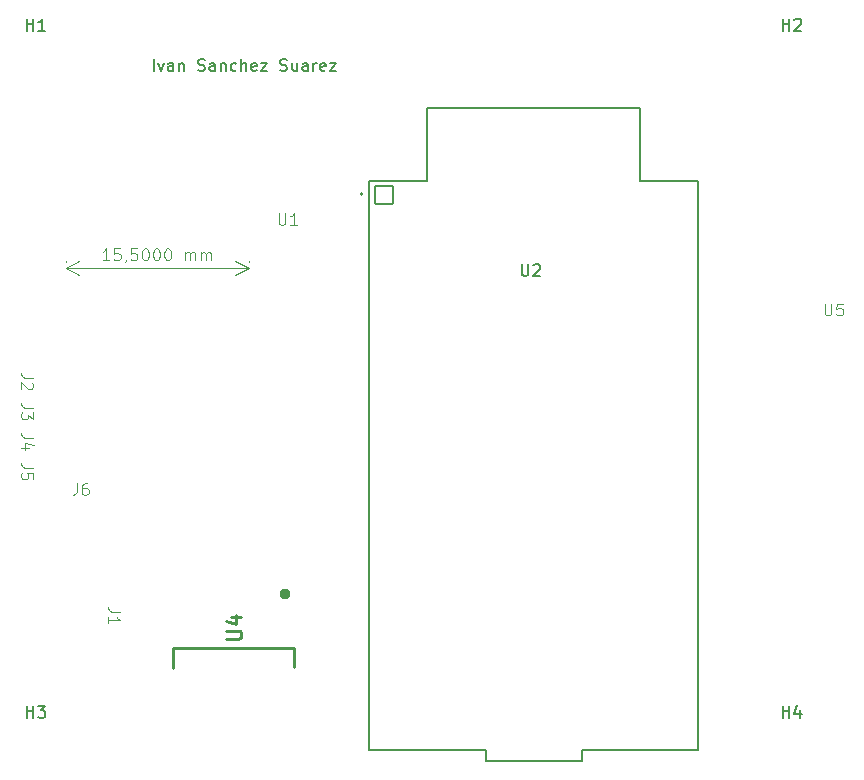
<source format=gto>
%TF.GenerationSoftware,KiCad,Pcbnew,7.0.8*%
%TF.CreationDate,2024-03-14T17:11:56+01:00*%
%TF.ProjectId,pendulo_invert,70656e64-756c-46f5-9f69-6e766572742e,rev?*%
%TF.SameCoordinates,Original*%
%TF.FileFunction,Legend,Top*%
%TF.FilePolarity,Positive*%
%FSLAX46Y46*%
G04 Gerber Fmt 4.6, Leading zero omitted, Abs format (unit mm)*
G04 Created by KiCad (PCBNEW 7.0.8) date 2024-03-14 17:11:56*
%MOMM*%
%LPD*%
G01*
G04 APERTURE LIST*
G04 Aperture macros list*
%AMRoundRect*
0 Rectangle with rounded corners*
0 $1 Rounding radius*
0 $2 $3 $4 $5 $6 $7 $8 $9 X,Y pos of 4 corners*
0 Add a 4 corners polygon primitive as box body*
4,1,4,$2,$3,$4,$5,$6,$7,$8,$9,$2,$3,0*
0 Add four circle primitives for the rounded corners*
1,1,$1+$1,$2,$3*
1,1,$1+$1,$4,$5*
1,1,$1+$1,$6,$7*
1,1,$1+$1,$8,$9*
0 Add four rect primitives between the rounded corners*
20,1,$1+$1,$2,$3,$4,$5,0*
20,1,$1+$1,$4,$5,$6,$7,0*
20,1,$1+$1,$6,$7,$8,$9,0*
20,1,$1+$1,$8,$9,$2,$3,0*%
G04 Aperture macros list end*
%ADD10C,0.150000*%
%ADD11C,0.100000*%
%ADD12C,0.254000*%
%ADD13C,0.127000*%
%ADD14C,0.200000*%
%ADD15C,0.500000*%
%ADD16C,1.524000*%
%ADD17RoundRect,0.102000X-0.765000X-0.765000X0.765000X-0.765000X0.765000X0.765000X-0.765000X0.765000X0*%
%ADD18C,1.734000*%
%ADD19C,3.000000*%
%ADD20R,1.600000X3.500000*%
%ADD21R,12.200000X9.750000*%
G04 APERTURE END LIST*
D10*
X130384779Y-63115819D02*
X130384779Y-62115819D01*
X130765731Y-62449152D02*
X131003826Y-63115819D01*
X131003826Y-63115819D02*
X131241921Y-62449152D01*
X132051445Y-63115819D02*
X132051445Y-62592009D01*
X132051445Y-62592009D02*
X132003826Y-62496771D01*
X132003826Y-62496771D02*
X131908588Y-62449152D01*
X131908588Y-62449152D02*
X131718112Y-62449152D01*
X131718112Y-62449152D02*
X131622874Y-62496771D01*
X132051445Y-63068200D02*
X131956207Y-63115819D01*
X131956207Y-63115819D02*
X131718112Y-63115819D01*
X131718112Y-63115819D02*
X131622874Y-63068200D01*
X131622874Y-63068200D02*
X131575255Y-62972961D01*
X131575255Y-62972961D02*
X131575255Y-62877723D01*
X131575255Y-62877723D02*
X131622874Y-62782485D01*
X131622874Y-62782485D02*
X131718112Y-62734866D01*
X131718112Y-62734866D02*
X131956207Y-62734866D01*
X131956207Y-62734866D02*
X132051445Y-62687247D01*
X132527636Y-62449152D02*
X132527636Y-63115819D01*
X132527636Y-62544390D02*
X132575255Y-62496771D01*
X132575255Y-62496771D02*
X132670493Y-62449152D01*
X132670493Y-62449152D02*
X132813350Y-62449152D01*
X132813350Y-62449152D02*
X132908588Y-62496771D01*
X132908588Y-62496771D02*
X132956207Y-62592009D01*
X132956207Y-62592009D02*
X132956207Y-63115819D01*
X134146684Y-63068200D02*
X134289541Y-63115819D01*
X134289541Y-63115819D02*
X134527636Y-63115819D01*
X134527636Y-63115819D02*
X134622874Y-63068200D01*
X134622874Y-63068200D02*
X134670493Y-63020580D01*
X134670493Y-63020580D02*
X134718112Y-62925342D01*
X134718112Y-62925342D02*
X134718112Y-62830104D01*
X134718112Y-62830104D02*
X134670493Y-62734866D01*
X134670493Y-62734866D02*
X134622874Y-62687247D01*
X134622874Y-62687247D02*
X134527636Y-62639628D01*
X134527636Y-62639628D02*
X134337160Y-62592009D01*
X134337160Y-62592009D02*
X134241922Y-62544390D01*
X134241922Y-62544390D02*
X134194303Y-62496771D01*
X134194303Y-62496771D02*
X134146684Y-62401533D01*
X134146684Y-62401533D02*
X134146684Y-62306295D01*
X134146684Y-62306295D02*
X134194303Y-62211057D01*
X134194303Y-62211057D02*
X134241922Y-62163438D01*
X134241922Y-62163438D02*
X134337160Y-62115819D01*
X134337160Y-62115819D02*
X134575255Y-62115819D01*
X134575255Y-62115819D02*
X134718112Y-62163438D01*
X135575255Y-63115819D02*
X135575255Y-62592009D01*
X135575255Y-62592009D02*
X135527636Y-62496771D01*
X135527636Y-62496771D02*
X135432398Y-62449152D01*
X135432398Y-62449152D02*
X135241922Y-62449152D01*
X135241922Y-62449152D02*
X135146684Y-62496771D01*
X135575255Y-63068200D02*
X135480017Y-63115819D01*
X135480017Y-63115819D02*
X135241922Y-63115819D01*
X135241922Y-63115819D02*
X135146684Y-63068200D01*
X135146684Y-63068200D02*
X135099065Y-62972961D01*
X135099065Y-62972961D02*
X135099065Y-62877723D01*
X135099065Y-62877723D02*
X135146684Y-62782485D01*
X135146684Y-62782485D02*
X135241922Y-62734866D01*
X135241922Y-62734866D02*
X135480017Y-62734866D01*
X135480017Y-62734866D02*
X135575255Y-62687247D01*
X136051446Y-62449152D02*
X136051446Y-63115819D01*
X136051446Y-62544390D02*
X136099065Y-62496771D01*
X136099065Y-62496771D02*
X136194303Y-62449152D01*
X136194303Y-62449152D02*
X136337160Y-62449152D01*
X136337160Y-62449152D02*
X136432398Y-62496771D01*
X136432398Y-62496771D02*
X136480017Y-62592009D01*
X136480017Y-62592009D02*
X136480017Y-63115819D01*
X137384779Y-63068200D02*
X137289541Y-63115819D01*
X137289541Y-63115819D02*
X137099065Y-63115819D01*
X137099065Y-63115819D02*
X137003827Y-63068200D01*
X137003827Y-63068200D02*
X136956208Y-63020580D01*
X136956208Y-63020580D02*
X136908589Y-62925342D01*
X136908589Y-62925342D02*
X136908589Y-62639628D01*
X136908589Y-62639628D02*
X136956208Y-62544390D01*
X136956208Y-62544390D02*
X137003827Y-62496771D01*
X137003827Y-62496771D02*
X137099065Y-62449152D01*
X137099065Y-62449152D02*
X137289541Y-62449152D01*
X137289541Y-62449152D02*
X137384779Y-62496771D01*
X137813351Y-63115819D02*
X137813351Y-62115819D01*
X138241922Y-63115819D02*
X138241922Y-62592009D01*
X138241922Y-62592009D02*
X138194303Y-62496771D01*
X138194303Y-62496771D02*
X138099065Y-62449152D01*
X138099065Y-62449152D02*
X137956208Y-62449152D01*
X137956208Y-62449152D02*
X137860970Y-62496771D01*
X137860970Y-62496771D02*
X137813351Y-62544390D01*
X139099065Y-63068200D02*
X139003827Y-63115819D01*
X139003827Y-63115819D02*
X138813351Y-63115819D01*
X138813351Y-63115819D02*
X138718113Y-63068200D01*
X138718113Y-63068200D02*
X138670494Y-62972961D01*
X138670494Y-62972961D02*
X138670494Y-62592009D01*
X138670494Y-62592009D02*
X138718113Y-62496771D01*
X138718113Y-62496771D02*
X138813351Y-62449152D01*
X138813351Y-62449152D02*
X139003827Y-62449152D01*
X139003827Y-62449152D02*
X139099065Y-62496771D01*
X139099065Y-62496771D02*
X139146684Y-62592009D01*
X139146684Y-62592009D02*
X139146684Y-62687247D01*
X139146684Y-62687247D02*
X138670494Y-62782485D01*
X139480018Y-62449152D02*
X140003827Y-62449152D01*
X140003827Y-62449152D02*
X139480018Y-63115819D01*
X139480018Y-63115819D02*
X140003827Y-63115819D01*
X141099066Y-63068200D02*
X141241923Y-63115819D01*
X141241923Y-63115819D02*
X141480018Y-63115819D01*
X141480018Y-63115819D02*
X141575256Y-63068200D01*
X141575256Y-63068200D02*
X141622875Y-63020580D01*
X141622875Y-63020580D02*
X141670494Y-62925342D01*
X141670494Y-62925342D02*
X141670494Y-62830104D01*
X141670494Y-62830104D02*
X141622875Y-62734866D01*
X141622875Y-62734866D02*
X141575256Y-62687247D01*
X141575256Y-62687247D02*
X141480018Y-62639628D01*
X141480018Y-62639628D02*
X141289542Y-62592009D01*
X141289542Y-62592009D02*
X141194304Y-62544390D01*
X141194304Y-62544390D02*
X141146685Y-62496771D01*
X141146685Y-62496771D02*
X141099066Y-62401533D01*
X141099066Y-62401533D02*
X141099066Y-62306295D01*
X141099066Y-62306295D02*
X141146685Y-62211057D01*
X141146685Y-62211057D02*
X141194304Y-62163438D01*
X141194304Y-62163438D02*
X141289542Y-62115819D01*
X141289542Y-62115819D02*
X141527637Y-62115819D01*
X141527637Y-62115819D02*
X141670494Y-62163438D01*
X142527637Y-62449152D02*
X142527637Y-63115819D01*
X142099066Y-62449152D02*
X142099066Y-62972961D01*
X142099066Y-62972961D02*
X142146685Y-63068200D01*
X142146685Y-63068200D02*
X142241923Y-63115819D01*
X142241923Y-63115819D02*
X142384780Y-63115819D01*
X142384780Y-63115819D02*
X142480018Y-63068200D01*
X142480018Y-63068200D02*
X142527637Y-63020580D01*
X143432399Y-63115819D02*
X143432399Y-62592009D01*
X143432399Y-62592009D02*
X143384780Y-62496771D01*
X143384780Y-62496771D02*
X143289542Y-62449152D01*
X143289542Y-62449152D02*
X143099066Y-62449152D01*
X143099066Y-62449152D02*
X143003828Y-62496771D01*
X143432399Y-63068200D02*
X143337161Y-63115819D01*
X143337161Y-63115819D02*
X143099066Y-63115819D01*
X143099066Y-63115819D02*
X143003828Y-63068200D01*
X143003828Y-63068200D02*
X142956209Y-62972961D01*
X142956209Y-62972961D02*
X142956209Y-62877723D01*
X142956209Y-62877723D02*
X143003828Y-62782485D01*
X143003828Y-62782485D02*
X143099066Y-62734866D01*
X143099066Y-62734866D02*
X143337161Y-62734866D01*
X143337161Y-62734866D02*
X143432399Y-62687247D01*
X143908590Y-63115819D02*
X143908590Y-62449152D01*
X143908590Y-62639628D02*
X143956209Y-62544390D01*
X143956209Y-62544390D02*
X144003828Y-62496771D01*
X144003828Y-62496771D02*
X144099066Y-62449152D01*
X144099066Y-62449152D02*
X144194304Y-62449152D01*
X144908590Y-63068200D02*
X144813352Y-63115819D01*
X144813352Y-63115819D02*
X144622876Y-63115819D01*
X144622876Y-63115819D02*
X144527638Y-63068200D01*
X144527638Y-63068200D02*
X144480019Y-62972961D01*
X144480019Y-62972961D02*
X144480019Y-62592009D01*
X144480019Y-62592009D02*
X144527638Y-62496771D01*
X144527638Y-62496771D02*
X144622876Y-62449152D01*
X144622876Y-62449152D02*
X144813352Y-62449152D01*
X144813352Y-62449152D02*
X144908590Y-62496771D01*
X144908590Y-62496771D02*
X144956209Y-62592009D01*
X144956209Y-62592009D02*
X144956209Y-62687247D01*
X144956209Y-62687247D02*
X144480019Y-62782485D01*
X145289543Y-62449152D02*
X145813352Y-62449152D01*
X145813352Y-62449152D02*
X145289543Y-63115819D01*
X145289543Y-63115819D02*
X145813352Y-63115819D01*
D11*
X140964095Y-75149419D02*
X140964095Y-75958942D01*
X140964095Y-75958942D02*
X141011714Y-76054180D01*
X141011714Y-76054180D02*
X141059333Y-76101800D01*
X141059333Y-76101800D02*
X141154571Y-76149419D01*
X141154571Y-76149419D02*
X141345047Y-76149419D01*
X141345047Y-76149419D02*
X141440285Y-76101800D01*
X141440285Y-76101800D02*
X141487904Y-76054180D01*
X141487904Y-76054180D02*
X141535523Y-75958942D01*
X141535523Y-75958942D02*
X141535523Y-75149419D01*
X142535523Y-76149419D02*
X141964095Y-76149419D01*
X142249809Y-76149419D02*
X142249809Y-75149419D01*
X142249809Y-75149419D02*
X142154571Y-75292276D01*
X142154571Y-75292276D02*
X142059333Y-75387514D01*
X142059333Y-75387514D02*
X141964095Y-75435133D01*
X120170580Y-91614666D02*
X119456295Y-91614666D01*
X119456295Y-91614666D02*
X119313438Y-91567047D01*
X119313438Y-91567047D02*
X119218200Y-91471809D01*
X119218200Y-91471809D02*
X119170580Y-91328952D01*
X119170580Y-91328952D02*
X119170580Y-91233714D01*
X120170580Y-91995619D02*
X120170580Y-92614666D01*
X120170580Y-92614666D02*
X119789628Y-92281333D01*
X119789628Y-92281333D02*
X119789628Y-92424190D01*
X119789628Y-92424190D02*
X119742009Y-92519428D01*
X119742009Y-92519428D02*
X119694390Y-92567047D01*
X119694390Y-92567047D02*
X119599152Y-92614666D01*
X119599152Y-92614666D02*
X119361057Y-92614666D01*
X119361057Y-92614666D02*
X119265819Y-92567047D01*
X119265819Y-92567047D02*
X119218200Y-92519428D01*
X119218200Y-92519428D02*
X119170580Y-92424190D01*
X119170580Y-92424190D02*
X119170580Y-92138476D01*
X119170580Y-92138476D02*
X119218200Y-92043238D01*
X119218200Y-92043238D02*
X119265819Y-91995619D01*
D10*
X161544095Y-79464819D02*
X161544095Y-80274342D01*
X161544095Y-80274342D02*
X161591714Y-80369580D01*
X161591714Y-80369580D02*
X161639333Y-80417200D01*
X161639333Y-80417200D02*
X161734571Y-80464819D01*
X161734571Y-80464819D02*
X161925047Y-80464819D01*
X161925047Y-80464819D02*
X162020285Y-80417200D01*
X162020285Y-80417200D02*
X162067904Y-80369580D01*
X162067904Y-80369580D02*
X162115523Y-80274342D01*
X162115523Y-80274342D02*
X162115523Y-79464819D01*
X162544095Y-79560057D02*
X162591714Y-79512438D01*
X162591714Y-79512438D02*
X162686952Y-79464819D01*
X162686952Y-79464819D02*
X162925047Y-79464819D01*
X162925047Y-79464819D02*
X163020285Y-79512438D01*
X163020285Y-79512438D02*
X163067904Y-79560057D01*
X163067904Y-79560057D02*
X163115523Y-79655295D01*
X163115523Y-79655295D02*
X163115523Y-79750533D01*
X163115523Y-79750533D02*
X163067904Y-79893390D01*
X163067904Y-79893390D02*
X162496476Y-80464819D01*
X162496476Y-80464819D02*
X163115523Y-80464819D01*
X183642095Y-117866819D02*
X183642095Y-116866819D01*
X183642095Y-117343009D02*
X184213523Y-117343009D01*
X184213523Y-117866819D02*
X184213523Y-116866819D01*
X185118285Y-117200152D02*
X185118285Y-117866819D01*
X184880190Y-116819200D02*
X184642095Y-117533485D01*
X184642095Y-117533485D02*
X185261142Y-117533485D01*
X119634095Y-117866819D02*
X119634095Y-116866819D01*
X119634095Y-117343009D02*
X120205523Y-117343009D01*
X120205523Y-117866819D02*
X120205523Y-116866819D01*
X120586476Y-116866819D02*
X121205523Y-116866819D01*
X121205523Y-116866819D02*
X120872190Y-117247771D01*
X120872190Y-117247771D02*
X121015047Y-117247771D01*
X121015047Y-117247771D02*
X121110285Y-117295390D01*
X121110285Y-117295390D02*
X121157904Y-117343009D01*
X121157904Y-117343009D02*
X121205523Y-117438247D01*
X121205523Y-117438247D02*
X121205523Y-117676342D01*
X121205523Y-117676342D02*
X121157904Y-117771580D01*
X121157904Y-117771580D02*
X121110285Y-117819200D01*
X121110285Y-117819200D02*
X121015047Y-117866819D01*
X121015047Y-117866819D02*
X120729333Y-117866819D01*
X120729333Y-117866819D02*
X120634095Y-117819200D01*
X120634095Y-117819200D02*
X120586476Y-117771580D01*
D11*
X123872666Y-98017419D02*
X123872666Y-98731704D01*
X123872666Y-98731704D02*
X123825047Y-98874561D01*
X123825047Y-98874561D02*
X123729809Y-98969800D01*
X123729809Y-98969800D02*
X123586952Y-99017419D01*
X123586952Y-99017419D02*
X123491714Y-99017419D01*
X124777428Y-98017419D02*
X124586952Y-98017419D01*
X124586952Y-98017419D02*
X124491714Y-98065038D01*
X124491714Y-98065038D02*
X124444095Y-98112657D01*
X124444095Y-98112657D02*
X124348857Y-98255514D01*
X124348857Y-98255514D02*
X124301238Y-98445990D01*
X124301238Y-98445990D02*
X124301238Y-98826942D01*
X124301238Y-98826942D02*
X124348857Y-98922180D01*
X124348857Y-98922180D02*
X124396476Y-98969800D01*
X124396476Y-98969800D02*
X124491714Y-99017419D01*
X124491714Y-99017419D02*
X124682190Y-99017419D01*
X124682190Y-99017419D02*
X124777428Y-98969800D01*
X124777428Y-98969800D02*
X124825047Y-98922180D01*
X124825047Y-98922180D02*
X124872666Y-98826942D01*
X124872666Y-98826942D02*
X124872666Y-98588847D01*
X124872666Y-98588847D02*
X124825047Y-98493609D01*
X124825047Y-98493609D02*
X124777428Y-98445990D01*
X124777428Y-98445990D02*
X124682190Y-98398371D01*
X124682190Y-98398371D02*
X124491714Y-98398371D01*
X124491714Y-98398371D02*
X124396476Y-98445990D01*
X124396476Y-98445990D02*
X124348857Y-98493609D01*
X124348857Y-98493609D02*
X124301238Y-98588847D01*
X120170580Y-94154666D02*
X119456295Y-94154666D01*
X119456295Y-94154666D02*
X119313438Y-94107047D01*
X119313438Y-94107047D02*
X119218200Y-94011809D01*
X119218200Y-94011809D02*
X119170580Y-93868952D01*
X119170580Y-93868952D02*
X119170580Y-93773714D01*
X119837247Y-95059428D02*
X119170580Y-95059428D01*
X120218200Y-94821333D02*
X119503914Y-94583238D01*
X119503914Y-94583238D02*
X119503914Y-95202285D01*
D10*
X183642095Y-59700819D02*
X183642095Y-58700819D01*
X183642095Y-59177009D02*
X184213523Y-59177009D01*
X184213523Y-59700819D02*
X184213523Y-58700819D01*
X184642095Y-58796057D02*
X184689714Y-58748438D01*
X184689714Y-58748438D02*
X184784952Y-58700819D01*
X184784952Y-58700819D02*
X185023047Y-58700819D01*
X185023047Y-58700819D02*
X185118285Y-58748438D01*
X185118285Y-58748438D02*
X185165904Y-58796057D01*
X185165904Y-58796057D02*
X185213523Y-58891295D01*
X185213523Y-58891295D02*
X185213523Y-58986533D01*
X185213523Y-58986533D02*
X185165904Y-59129390D01*
X185165904Y-59129390D02*
X184594476Y-59700819D01*
X184594476Y-59700819D02*
X185213523Y-59700819D01*
D11*
X120170580Y-89074666D02*
X119456295Y-89074666D01*
X119456295Y-89074666D02*
X119313438Y-89027047D01*
X119313438Y-89027047D02*
X119218200Y-88931809D01*
X119218200Y-88931809D02*
X119170580Y-88788952D01*
X119170580Y-88788952D02*
X119170580Y-88693714D01*
X120075342Y-89503238D02*
X120122961Y-89550857D01*
X120122961Y-89550857D02*
X120170580Y-89646095D01*
X120170580Y-89646095D02*
X120170580Y-89884190D01*
X120170580Y-89884190D02*
X120122961Y-89979428D01*
X120122961Y-89979428D02*
X120075342Y-90027047D01*
X120075342Y-90027047D02*
X119980104Y-90074666D01*
X119980104Y-90074666D02*
X119884866Y-90074666D01*
X119884866Y-90074666D02*
X119742009Y-90027047D01*
X119742009Y-90027047D02*
X119170580Y-89455619D01*
X119170580Y-89455619D02*
X119170580Y-90074666D01*
X120170580Y-96694666D02*
X119456295Y-96694666D01*
X119456295Y-96694666D02*
X119313438Y-96647047D01*
X119313438Y-96647047D02*
X119218200Y-96551809D01*
X119218200Y-96551809D02*
X119170580Y-96408952D01*
X119170580Y-96408952D02*
X119170580Y-96313714D01*
X120170580Y-97647047D02*
X120170580Y-97170857D01*
X120170580Y-97170857D02*
X119694390Y-97123238D01*
X119694390Y-97123238D02*
X119742009Y-97170857D01*
X119742009Y-97170857D02*
X119789628Y-97266095D01*
X119789628Y-97266095D02*
X119789628Y-97504190D01*
X119789628Y-97504190D02*
X119742009Y-97599428D01*
X119742009Y-97599428D02*
X119694390Y-97647047D01*
X119694390Y-97647047D02*
X119599152Y-97694666D01*
X119599152Y-97694666D02*
X119361057Y-97694666D01*
X119361057Y-97694666D02*
X119265819Y-97647047D01*
X119265819Y-97647047D02*
X119218200Y-97599428D01*
X119218200Y-97599428D02*
X119170580Y-97504190D01*
X119170580Y-97504190D02*
X119170580Y-97266095D01*
X119170580Y-97266095D02*
X119218200Y-97170857D01*
X119218200Y-97170857D02*
X119265819Y-97123238D01*
X127542580Y-108886666D02*
X126828295Y-108886666D01*
X126828295Y-108886666D02*
X126685438Y-108839047D01*
X126685438Y-108839047D02*
X126590200Y-108743809D01*
X126590200Y-108743809D02*
X126542580Y-108600952D01*
X126542580Y-108600952D02*
X126542580Y-108505714D01*
X126542580Y-109886666D02*
X126542580Y-109315238D01*
X126542580Y-109600952D02*
X127542580Y-109600952D01*
X127542580Y-109600952D02*
X127399723Y-109505714D01*
X127399723Y-109505714D02*
X127304485Y-109410476D01*
X127304485Y-109410476D02*
X127256866Y-109315238D01*
D12*
X136538318Y-111223619D02*
X137566413Y-111223619D01*
X137566413Y-111223619D02*
X137687365Y-111163142D01*
X137687365Y-111163142D02*
X137747842Y-111102666D01*
X137747842Y-111102666D02*
X137808318Y-110981714D01*
X137808318Y-110981714D02*
X137808318Y-110739809D01*
X137808318Y-110739809D02*
X137747842Y-110618857D01*
X137747842Y-110618857D02*
X137687365Y-110558380D01*
X137687365Y-110558380D02*
X137566413Y-110497904D01*
X137566413Y-110497904D02*
X136538318Y-110497904D01*
X136961651Y-109348857D02*
X137808318Y-109348857D01*
X136477842Y-109651238D02*
X137384984Y-109953619D01*
X137384984Y-109953619D02*
X137384984Y-109167428D01*
D10*
X119634095Y-59700819D02*
X119634095Y-58700819D01*
X119634095Y-59177009D02*
X120205523Y-59177009D01*
X120205523Y-59700819D02*
X120205523Y-58700819D01*
X121205523Y-59700819D02*
X120634095Y-59700819D01*
X120919809Y-59700819D02*
X120919809Y-58700819D01*
X120919809Y-58700819D02*
X120824571Y-58843676D01*
X120824571Y-58843676D02*
X120729333Y-58938914D01*
X120729333Y-58938914D02*
X120634095Y-58986533D01*
D11*
X187198095Y-82817419D02*
X187198095Y-83626942D01*
X187198095Y-83626942D02*
X187245714Y-83722180D01*
X187245714Y-83722180D02*
X187293333Y-83769800D01*
X187293333Y-83769800D02*
X187388571Y-83817419D01*
X187388571Y-83817419D02*
X187579047Y-83817419D01*
X187579047Y-83817419D02*
X187674285Y-83769800D01*
X187674285Y-83769800D02*
X187721904Y-83722180D01*
X187721904Y-83722180D02*
X187769523Y-83626942D01*
X187769523Y-83626942D02*
X187769523Y-82817419D01*
X188721904Y-82817419D02*
X188245714Y-82817419D01*
X188245714Y-82817419D02*
X188198095Y-83293609D01*
X188198095Y-83293609D02*
X188245714Y-83245990D01*
X188245714Y-83245990D02*
X188340952Y-83198371D01*
X188340952Y-83198371D02*
X188579047Y-83198371D01*
X188579047Y-83198371D02*
X188674285Y-83245990D01*
X188674285Y-83245990D02*
X188721904Y-83293609D01*
X188721904Y-83293609D02*
X188769523Y-83388847D01*
X188769523Y-83388847D02*
X188769523Y-83626942D01*
X188769523Y-83626942D02*
X188721904Y-83722180D01*
X188721904Y-83722180D02*
X188674285Y-83769800D01*
X188674285Y-83769800D02*
X188579047Y-83817419D01*
X188579047Y-83817419D02*
X188340952Y-83817419D01*
X188340952Y-83817419D02*
X188245714Y-83769800D01*
X188245714Y-83769800D02*
X188198095Y-83722180D01*
X126632381Y-79145419D02*
X126060953Y-79145419D01*
X126346667Y-79145419D02*
X126346667Y-78145419D01*
X126346667Y-78145419D02*
X126251429Y-78288276D01*
X126251429Y-78288276D02*
X126156191Y-78383514D01*
X126156191Y-78383514D02*
X126060953Y-78431133D01*
X127537143Y-78145419D02*
X127060953Y-78145419D01*
X127060953Y-78145419D02*
X127013334Y-78621609D01*
X127013334Y-78621609D02*
X127060953Y-78573990D01*
X127060953Y-78573990D02*
X127156191Y-78526371D01*
X127156191Y-78526371D02*
X127394286Y-78526371D01*
X127394286Y-78526371D02*
X127489524Y-78573990D01*
X127489524Y-78573990D02*
X127537143Y-78621609D01*
X127537143Y-78621609D02*
X127584762Y-78716847D01*
X127584762Y-78716847D02*
X127584762Y-78954942D01*
X127584762Y-78954942D02*
X127537143Y-79050180D01*
X127537143Y-79050180D02*
X127489524Y-79097800D01*
X127489524Y-79097800D02*
X127394286Y-79145419D01*
X127394286Y-79145419D02*
X127156191Y-79145419D01*
X127156191Y-79145419D02*
X127060953Y-79097800D01*
X127060953Y-79097800D02*
X127013334Y-79050180D01*
X128060953Y-79097800D02*
X128060953Y-79145419D01*
X128060953Y-79145419D02*
X128013334Y-79240657D01*
X128013334Y-79240657D02*
X127965715Y-79288276D01*
X128965714Y-78145419D02*
X128489524Y-78145419D01*
X128489524Y-78145419D02*
X128441905Y-78621609D01*
X128441905Y-78621609D02*
X128489524Y-78573990D01*
X128489524Y-78573990D02*
X128584762Y-78526371D01*
X128584762Y-78526371D02*
X128822857Y-78526371D01*
X128822857Y-78526371D02*
X128918095Y-78573990D01*
X128918095Y-78573990D02*
X128965714Y-78621609D01*
X128965714Y-78621609D02*
X129013333Y-78716847D01*
X129013333Y-78716847D02*
X129013333Y-78954942D01*
X129013333Y-78954942D02*
X128965714Y-79050180D01*
X128965714Y-79050180D02*
X128918095Y-79097800D01*
X128918095Y-79097800D02*
X128822857Y-79145419D01*
X128822857Y-79145419D02*
X128584762Y-79145419D01*
X128584762Y-79145419D02*
X128489524Y-79097800D01*
X128489524Y-79097800D02*
X128441905Y-79050180D01*
X129632381Y-78145419D02*
X129727619Y-78145419D01*
X129727619Y-78145419D02*
X129822857Y-78193038D01*
X129822857Y-78193038D02*
X129870476Y-78240657D01*
X129870476Y-78240657D02*
X129918095Y-78335895D01*
X129918095Y-78335895D02*
X129965714Y-78526371D01*
X129965714Y-78526371D02*
X129965714Y-78764466D01*
X129965714Y-78764466D02*
X129918095Y-78954942D01*
X129918095Y-78954942D02*
X129870476Y-79050180D01*
X129870476Y-79050180D02*
X129822857Y-79097800D01*
X129822857Y-79097800D02*
X129727619Y-79145419D01*
X129727619Y-79145419D02*
X129632381Y-79145419D01*
X129632381Y-79145419D02*
X129537143Y-79097800D01*
X129537143Y-79097800D02*
X129489524Y-79050180D01*
X129489524Y-79050180D02*
X129441905Y-78954942D01*
X129441905Y-78954942D02*
X129394286Y-78764466D01*
X129394286Y-78764466D02*
X129394286Y-78526371D01*
X129394286Y-78526371D02*
X129441905Y-78335895D01*
X129441905Y-78335895D02*
X129489524Y-78240657D01*
X129489524Y-78240657D02*
X129537143Y-78193038D01*
X129537143Y-78193038D02*
X129632381Y-78145419D01*
X130584762Y-78145419D02*
X130680000Y-78145419D01*
X130680000Y-78145419D02*
X130775238Y-78193038D01*
X130775238Y-78193038D02*
X130822857Y-78240657D01*
X130822857Y-78240657D02*
X130870476Y-78335895D01*
X130870476Y-78335895D02*
X130918095Y-78526371D01*
X130918095Y-78526371D02*
X130918095Y-78764466D01*
X130918095Y-78764466D02*
X130870476Y-78954942D01*
X130870476Y-78954942D02*
X130822857Y-79050180D01*
X130822857Y-79050180D02*
X130775238Y-79097800D01*
X130775238Y-79097800D02*
X130680000Y-79145419D01*
X130680000Y-79145419D02*
X130584762Y-79145419D01*
X130584762Y-79145419D02*
X130489524Y-79097800D01*
X130489524Y-79097800D02*
X130441905Y-79050180D01*
X130441905Y-79050180D02*
X130394286Y-78954942D01*
X130394286Y-78954942D02*
X130346667Y-78764466D01*
X130346667Y-78764466D02*
X130346667Y-78526371D01*
X130346667Y-78526371D02*
X130394286Y-78335895D01*
X130394286Y-78335895D02*
X130441905Y-78240657D01*
X130441905Y-78240657D02*
X130489524Y-78193038D01*
X130489524Y-78193038D02*
X130584762Y-78145419D01*
X131537143Y-78145419D02*
X131632381Y-78145419D01*
X131632381Y-78145419D02*
X131727619Y-78193038D01*
X131727619Y-78193038D02*
X131775238Y-78240657D01*
X131775238Y-78240657D02*
X131822857Y-78335895D01*
X131822857Y-78335895D02*
X131870476Y-78526371D01*
X131870476Y-78526371D02*
X131870476Y-78764466D01*
X131870476Y-78764466D02*
X131822857Y-78954942D01*
X131822857Y-78954942D02*
X131775238Y-79050180D01*
X131775238Y-79050180D02*
X131727619Y-79097800D01*
X131727619Y-79097800D02*
X131632381Y-79145419D01*
X131632381Y-79145419D02*
X131537143Y-79145419D01*
X131537143Y-79145419D02*
X131441905Y-79097800D01*
X131441905Y-79097800D02*
X131394286Y-79050180D01*
X131394286Y-79050180D02*
X131346667Y-78954942D01*
X131346667Y-78954942D02*
X131299048Y-78764466D01*
X131299048Y-78764466D02*
X131299048Y-78526371D01*
X131299048Y-78526371D02*
X131346667Y-78335895D01*
X131346667Y-78335895D02*
X131394286Y-78240657D01*
X131394286Y-78240657D02*
X131441905Y-78193038D01*
X131441905Y-78193038D02*
X131537143Y-78145419D01*
X133060953Y-79145419D02*
X133060953Y-78478752D01*
X133060953Y-78573990D02*
X133108572Y-78526371D01*
X133108572Y-78526371D02*
X133203810Y-78478752D01*
X133203810Y-78478752D02*
X133346667Y-78478752D01*
X133346667Y-78478752D02*
X133441905Y-78526371D01*
X133441905Y-78526371D02*
X133489524Y-78621609D01*
X133489524Y-78621609D02*
X133489524Y-79145419D01*
X133489524Y-78621609D02*
X133537143Y-78526371D01*
X133537143Y-78526371D02*
X133632381Y-78478752D01*
X133632381Y-78478752D02*
X133775238Y-78478752D01*
X133775238Y-78478752D02*
X133870477Y-78526371D01*
X133870477Y-78526371D02*
X133918096Y-78621609D01*
X133918096Y-78621609D02*
X133918096Y-79145419D01*
X134394286Y-79145419D02*
X134394286Y-78478752D01*
X134394286Y-78573990D02*
X134441905Y-78526371D01*
X134441905Y-78526371D02*
X134537143Y-78478752D01*
X134537143Y-78478752D02*
X134680000Y-78478752D01*
X134680000Y-78478752D02*
X134775238Y-78526371D01*
X134775238Y-78526371D02*
X134822857Y-78621609D01*
X134822857Y-78621609D02*
X134822857Y-79145419D01*
X134822857Y-78621609D02*
X134870476Y-78526371D01*
X134870476Y-78526371D02*
X134965714Y-78478752D01*
X134965714Y-78478752D02*
X135108571Y-78478752D01*
X135108571Y-78478752D02*
X135203810Y-78526371D01*
X135203810Y-78526371D02*
X135251429Y-78621609D01*
X135251429Y-78621609D02*
X135251429Y-79145419D01*
X122930000Y-79288000D02*
X122930000Y-79201580D01*
X138430000Y-79288000D02*
X138430000Y-79201580D01*
X122930000Y-79788000D02*
X138430000Y-79788000D01*
X122930000Y-79788000D02*
X138430000Y-79788000D01*
X122930000Y-79788000D02*
X124056504Y-79201579D01*
X122930000Y-79788000D02*
X124056504Y-80374421D01*
X138430000Y-79788000D02*
X137303496Y-80374421D01*
X138430000Y-79788000D02*
X137303496Y-79201579D01*
D13*
%TO.C,U2*%
X148610000Y-72410000D02*
X148610000Y-120610000D01*
X148610000Y-120610000D02*
X158490000Y-120610000D01*
X153560000Y-66210000D02*
X171560000Y-66210000D01*
X153560000Y-72410000D02*
X148610000Y-72410000D01*
X153560000Y-72410000D02*
X153560000Y-66210000D01*
X158490000Y-120610000D02*
X158490000Y-121510000D01*
X158490000Y-121510000D02*
X166620000Y-121510000D01*
X166620000Y-120610000D02*
X176510000Y-120610000D01*
X166620000Y-121510000D02*
X166620000Y-120610000D01*
X171560000Y-66210000D02*
X171560000Y-72410000D01*
X176510000Y-72410000D02*
X171560000Y-72410000D01*
X176510000Y-120610000D02*
X176510000Y-72410000D01*
D14*
X148090000Y-73540000D02*
G75*
G03*
X148090000Y-73540000I-100000J0D01*
G01*
D12*
%TO.C,U4*%
X132060000Y-112009000D02*
X132060000Y-113653000D01*
X132060000Y-112009000D02*
X142260000Y-112009000D01*
X142260000Y-112009000D02*
X142260000Y-113544000D01*
D15*
X141728000Y-107406000D02*
G75*
G03*
X141728000Y-107406000I-219000J0D01*
G01*
%TD*%
%LPC*%
D16*
%TO.C,U1*%
X138430000Y-81788000D03*
X138430000Y-84328000D03*
X138430000Y-86868000D03*
X138430000Y-89408000D03*
X138430000Y-91948000D03*
X138430000Y-94488000D03*
X138430000Y-97028000D03*
X138430000Y-99568000D03*
X122930000Y-81788000D03*
X122930000Y-84328000D03*
X122930000Y-86868000D03*
X122930000Y-89408000D03*
X122930000Y-91948000D03*
X122930000Y-94488000D03*
X122930000Y-97028000D03*
X122930000Y-99568000D03*
%TD*%
%TO.C,J3*%
X117088000Y-91948000D03*
%TD*%
D17*
%TO.C,U2*%
X149860000Y-73660000D03*
D18*
X149860000Y-76200000D03*
X149860000Y-78740000D03*
X149860000Y-81280000D03*
X149860000Y-83820000D03*
X149860000Y-86360000D03*
X149860000Y-88900000D03*
X149860000Y-91440000D03*
X149860000Y-93980000D03*
X149860000Y-96520000D03*
X149860000Y-99060000D03*
X149860000Y-101600000D03*
X149860000Y-104140000D03*
X149860000Y-106680000D03*
X149860000Y-109220000D03*
X149860000Y-111760000D03*
X149860000Y-114300000D03*
X149860000Y-116840000D03*
X149860000Y-119380000D03*
X175260000Y-119380000D03*
X175260000Y-116840000D03*
X175260000Y-114300000D03*
X175260000Y-111760000D03*
X175260000Y-109220000D03*
X175260000Y-106680000D03*
X175260000Y-104140000D03*
X175260000Y-101600000D03*
X175260000Y-99060000D03*
X175260000Y-96520000D03*
X175260000Y-93980000D03*
X175260000Y-91440000D03*
X175260000Y-88900000D03*
X175260000Y-86360000D03*
X175260000Y-83820000D03*
X175260000Y-81280000D03*
X175260000Y-78740000D03*
X175260000Y-76200000D03*
X175260000Y-73660000D03*
%TD*%
D19*
%TO.C,H4*%
X184404000Y-121412000D03*
%TD*%
%TO.C,H3*%
X120396000Y-121412000D03*
%TD*%
D16*
%TO.C,J6*%
X124206000Y-104140000D03*
%TD*%
%TO.C,J4*%
X117088000Y-94488000D03*
%TD*%
D19*
%TO.C,H2*%
X184404000Y-63246000D03*
%TD*%
D16*
%TO.C,J2*%
X117088000Y-89408000D03*
%TD*%
%TO.C,J5*%
X117088000Y-97028000D03*
%TD*%
%TO.C,J1*%
X124460000Y-109220000D03*
%TD*%
D20*
%TO.C,U4*%
X139700000Y-109105000D03*
X134620000Y-109105000D03*
D21*
X137160000Y-119380000D03*
%TD*%
D19*
%TO.C,H1*%
X120396000Y-63246000D03*
%TD*%
D16*
%TO.C,U5*%
X185420000Y-91440000D03*
X185420000Y-93980000D03*
X185420000Y-96520000D03*
X185420000Y-99060000D03*
X185420000Y-101600000D03*
X185420000Y-104140000D03*
X185420000Y-106680000D03*
X185420000Y-109220000D03*
%TD*%
%LPD*%
M02*

</source>
